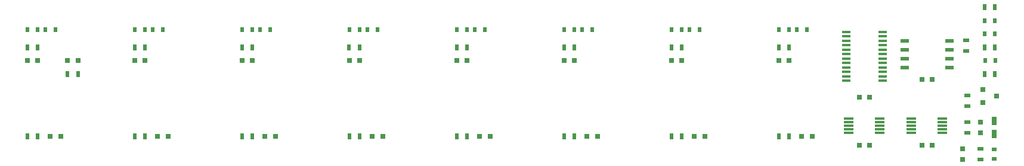
<source format=gtp>
G04 #@! TF.FileFunction,Paste,Top*
%FSLAX46Y46*%
G04 Gerber Fmt 4.6, Leading zero omitted, Abs format (unit mm)*
G04 Created by KiCad (PCBNEW 4.0.4-1.fc25-product) date Sun Oct 23 22:01:47 2016*
%MOMM*%
%LPD*%
G01*
G04 APERTURE LIST*
%ADD10C,0.100000*%
%ADD11R,0.500000X0.900000*%
%ADD12R,0.800000X0.750000*%
%ADD13R,0.700000X0.600000*%
%ADD14R,0.600000X0.700000*%
%ADD15R,0.797560X0.797560*%
%ADD16R,0.750000X1.200000*%
%ADD17R,0.800100X0.800100*%
%ADD18R,0.900000X0.500000*%
%ADD19R,1.200000X0.400000*%
%ADD20R,1.400000X0.300000*%
%ADD21R,1.143000X0.508000*%
G04 APERTURE END LIST*
D10*
D11*
X117590000Y-71120000D03*
X116090000Y-71120000D03*
D12*
X88900000Y-83820000D03*
X90400000Y-83820000D03*
D11*
X87110000Y-83820000D03*
X85610000Y-83820000D03*
D12*
X104140000Y-83820000D03*
X105640000Y-83820000D03*
D11*
X102350000Y-83820000D03*
X100850000Y-83820000D03*
D12*
X142760000Y-78232000D03*
X144260000Y-78232000D03*
X144260000Y-85090000D03*
X142760000Y-85090000D03*
X153150000Y-85090000D03*
X151650000Y-85090000D03*
X153150000Y-75692000D03*
X151650000Y-75692000D03*
X131330000Y-73025000D03*
X132830000Y-73025000D03*
X116090000Y-73025000D03*
X117590000Y-73025000D03*
X100850000Y-73025000D03*
X102350000Y-73025000D03*
X85610000Y-73025000D03*
X87110000Y-73025000D03*
X70370000Y-73025000D03*
X71870000Y-73025000D03*
X55130000Y-73025000D03*
X56630000Y-73025000D03*
X39890000Y-73025000D03*
X41390000Y-73025000D03*
X24650000Y-73025000D03*
X26150000Y-73025000D03*
X27940000Y-83820000D03*
X29440000Y-83820000D03*
X43180000Y-83820000D03*
X44680000Y-83820000D03*
X58420000Y-83820000D03*
X59920000Y-83820000D03*
X119380000Y-83820000D03*
X120880000Y-83820000D03*
X73660000Y-83820000D03*
X75160000Y-83820000D03*
X134620000Y-83820000D03*
X136120000Y-83820000D03*
D13*
X161925000Y-87060000D03*
X161925000Y-85660000D03*
D14*
X161990000Y-67310000D03*
X160590000Y-67310000D03*
D15*
X160020000Y-81800700D03*
X160020000Y-83299300D03*
D14*
X161990000Y-69215000D03*
X160590000Y-69215000D03*
X162055000Y-73025000D03*
X160655000Y-73025000D03*
D15*
X157480000Y-87109300D03*
X157480000Y-85610700D03*
D14*
X27240000Y-68580000D03*
X28640000Y-68580000D03*
X42480000Y-68580000D03*
X43880000Y-68580000D03*
X57720000Y-68580000D03*
X59120000Y-68580000D03*
X72960000Y-68580000D03*
X74360000Y-68580000D03*
X88200000Y-68580000D03*
X89600000Y-68580000D03*
X103440000Y-68580000D03*
X104840000Y-68580000D03*
X118680000Y-68580000D03*
X120080000Y-68580000D03*
X133920000Y-68580000D03*
X135320000Y-68580000D03*
D15*
X31864300Y-73025000D03*
X30365700Y-73025000D03*
D14*
X39940000Y-68580000D03*
X41340000Y-68580000D03*
X70420000Y-68580000D03*
X71820000Y-68580000D03*
X100900000Y-68580000D03*
X102300000Y-68580000D03*
X131380000Y-68580000D03*
X132780000Y-68580000D03*
X24700000Y-68580000D03*
X26100000Y-68580000D03*
X55180000Y-68580000D03*
X56580000Y-68580000D03*
X85660000Y-68580000D03*
X87060000Y-68580000D03*
X116140000Y-68580000D03*
X117540000Y-68580000D03*
D16*
X161925000Y-81600000D03*
X161925000Y-83500000D03*
D17*
X160289240Y-77155000D03*
X160289240Y-79055000D03*
X162288220Y-78105000D03*
D11*
X160540000Y-74930000D03*
X162040000Y-74930000D03*
D18*
X158115000Y-79490000D03*
X158115000Y-77990000D03*
D11*
X160540000Y-71120000D03*
X162040000Y-71120000D03*
X160540000Y-65405000D03*
X162040000Y-65405000D03*
D18*
X160020000Y-87110000D03*
X160020000Y-85610000D03*
X158115000Y-81800000D03*
X158115000Y-83300000D03*
D11*
X30365000Y-74930000D03*
X31865000Y-74930000D03*
X41390000Y-83820000D03*
X39890000Y-83820000D03*
X71870000Y-83820000D03*
X70370000Y-83820000D03*
X132830000Y-83820000D03*
X131330000Y-83820000D03*
X26150000Y-83820000D03*
X24650000Y-83820000D03*
X56630000Y-83820000D03*
X55130000Y-83820000D03*
X117590000Y-83820000D03*
X116090000Y-83820000D03*
D18*
X157988000Y-71616000D03*
X157988000Y-70116000D03*
D19*
X146110000Y-75882500D03*
X146110000Y-75247500D03*
X146110000Y-74612500D03*
X146110000Y-73977500D03*
X146110000Y-73342500D03*
X146110000Y-72707500D03*
X146110000Y-72072500D03*
X146110000Y-71437500D03*
X146110000Y-70802500D03*
X146110000Y-70167500D03*
X146110000Y-69532500D03*
X146110000Y-68897500D03*
X140910000Y-68897500D03*
X140910000Y-69532500D03*
X140910000Y-70167500D03*
X140910000Y-70802500D03*
X140910000Y-71437500D03*
X140910000Y-72072500D03*
X140910000Y-72707500D03*
X140910000Y-73342500D03*
X140910000Y-73977500D03*
X140910000Y-74612500D03*
X140910000Y-75247500D03*
X140910000Y-75882500D03*
D20*
X141310000Y-81296000D03*
X141310000Y-81796000D03*
X141310000Y-82296000D03*
X141310000Y-82796000D03*
X141310000Y-83296000D03*
X145710000Y-83296000D03*
X145710000Y-82796000D03*
X145710000Y-82296000D03*
X145710000Y-81796000D03*
X145710000Y-81296000D03*
X150200000Y-81296000D03*
X150200000Y-81796000D03*
X150200000Y-82296000D03*
X150200000Y-82796000D03*
X150200000Y-83296000D03*
X154600000Y-83296000D03*
X154600000Y-82796000D03*
X154600000Y-82296000D03*
X154600000Y-81796000D03*
X154600000Y-81296000D03*
D21*
X155575000Y-70231000D03*
X155575000Y-71501000D03*
X155575000Y-72771000D03*
X155575000Y-74041000D03*
X149225000Y-74041000D03*
X149225000Y-72771000D03*
X149225000Y-71501000D03*
X149225000Y-70231000D03*
D11*
X26150000Y-71120000D03*
X24650000Y-71120000D03*
X41390000Y-71120000D03*
X39890000Y-71120000D03*
X56630000Y-71120000D03*
X55130000Y-71120000D03*
X71845000Y-71120000D03*
X70345000Y-71120000D03*
X87110000Y-71120000D03*
X85610000Y-71120000D03*
X102350000Y-71120000D03*
X100850000Y-71120000D03*
X132830000Y-71120000D03*
X131330000Y-71120000D03*
M02*

</source>
